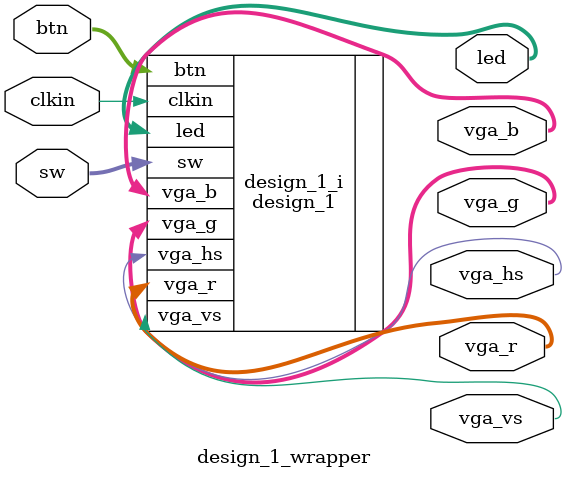
<source format=v>
`timescale 1 ps / 1 ps

module design_1_wrapper
   (btn,
    clkin,
    led,
    sw,
    vga_b,
    vga_g,
    vga_hs,
    vga_r,
    vga_vs);
  input [3:0]btn;
  input clkin;
  output [3:0]led;
  input [3:0]sw;
  output [4:0]vga_b;
  output [5:0]vga_g;
  output vga_hs;
  output [4:0]vga_r;
  output vga_vs;

  wire [3:0]btn;
  wire clkin;
  wire [3:0]led;
  wire [3:0]sw;
  wire [4:0]vga_b;
  wire [5:0]vga_g;
  wire vga_hs;
  wire [4:0]vga_r;
  wire vga_vs;

design_1 design_1_i
       (.btn(btn),
        .clkin(clkin),
        .led(led),
        .sw(sw),
        .vga_b(vga_b),
        .vga_g(vga_g),
        .vga_hs(vga_hs),
        .vga_r(vga_r),
        .vga_vs(vga_vs));
endmodule

</source>
